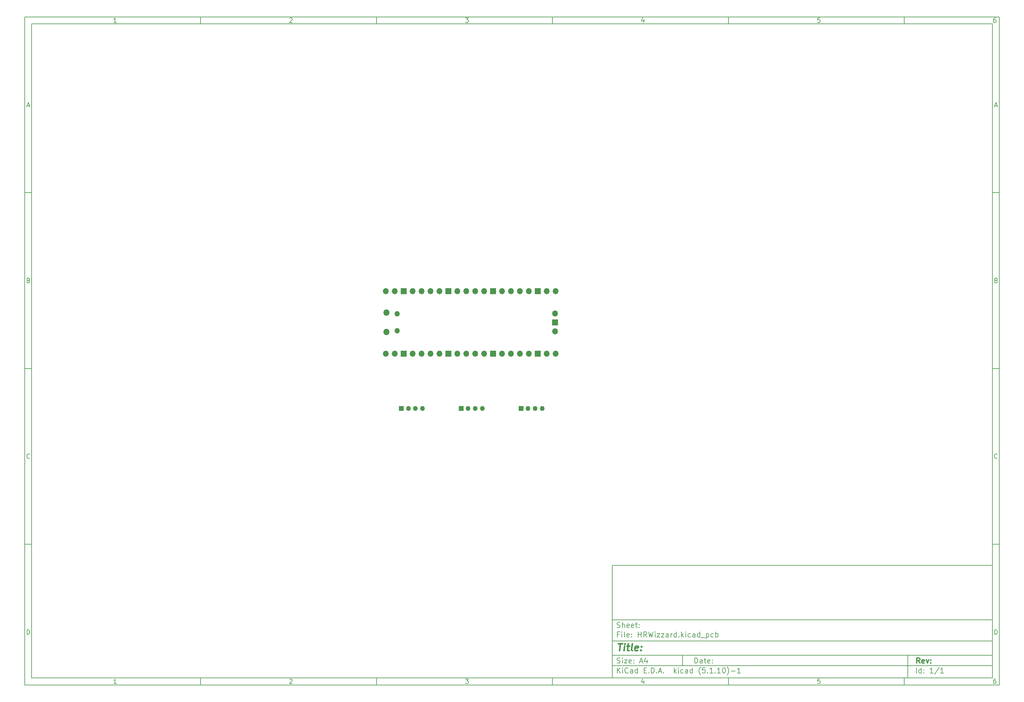
<source format=gbr>
%TF.GenerationSoftware,KiCad,Pcbnew,(5.1.10)-1*%
%TF.CreationDate,2021-11-12T12:38:22+01:00*%
%TF.ProjectId,HRWizzard,48525769-7a7a-4617-9264-2e6b69636164,rev?*%
%TF.SameCoordinates,Original*%
%TF.FileFunction,Soldermask,Bot*%
%TF.FilePolarity,Negative*%
%FSLAX46Y46*%
G04 Gerber Fmt 4.6, Leading zero omitted, Abs format (unit mm)*
G04 Created by KiCad (PCBNEW (5.1.10)-1) date 2021-11-12 12:38:22*
%MOMM*%
%LPD*%
G01*
G04 APERTURE LIST*
%ADD10C,0.100000*%
%ADD11C,0.150000*%
%ADD12C,0.300000*%
%ADD13C,0.400000*%
%ADD14O,1.350000X1.350000*%
%ADD15R,1.350000X1.350000*%
%ADD16O,1.700000X1.700000*%
%ADD17R,1.700000X1.700000*%
%ADD18O,1.500000X1.500000*%
%ADD19O,1.800000X1.800000*%
G04 APERTURE END LIST*
D10*
D11*
X177002200Y-166007200D02*
X177002200Y-198007200D01*
X285002200Y-198007200D01*
X285002200Y-166007200D01*
X177002200Y-166007200D01*
D10*
D11*
X10000000Y-10000000D02*
X10000000Y-200007200D01*
X287002200Y-200007200D01*
X287002200Y-10000000D01*
X10000000Y-10000000D01*
D10*
D11*
X12000000Y-12000000D02*
X12000000Y-198007200D01*
X285002200Y-198007200D01*
X285002200Y-12000000D01*
X12000000Y-12000000D01*
D10*
D11*
X60000000Y-12000000D02*
X60000000Y-10000000D01*
D10*
D11*
X110000000Y-12000000D02*
X110000000Y-10000000D01*
D10*
D11*
X160000000Y-12000000D02*
X160000000Y-10000000D01*
D10*
D11*
X210000000Y-12000000D02*
X210000000Y-10000000D01*
D10*
D11*
X260000000Y-12000000D02*
X260000000Y-10000000D01*
D10*
D11*
X36065476Y-11588095D02*
X35322619Y-11588095D01*
X35694047Y-11588095D02*
X35694047Y-10288095D01*
X35570238Y-10473809D01*
X35446428Y-10597619D01*
X35322619Y-10659523D01*
D10*
D11*
X85322619Y-10411904D02*
X85384523Y-10350000D01*
X85508333Y-10288095D01*
X85817857Y-10288095D01*
X85941666Y-10350000D01*
X86003571Y-10411904D01*
X86065476Y-10535714D01*
X86065476Y-10659523D01*
X86003571Y-10845238D01*
X85260714Y-11588095D01*
X86065476Y-11588095D01*
D10*
D11*
X135260714Y-10288095D02*
X136065476Y-10288095D01*
X135632142Y-10783333D01*
X135817857Y-10783333D01*
X135941666Y-10845238D01*
X136003571Y-10907142D01*
X136065476Y-11030952D01*
X136065476Y-11340476D01*
X136003571Y-11464285D01*
X135941666Y-11526190D01*
X135817857Y-11588095D01*
X135446428Y-11588095D01*
X135322619Y-11526190D01*
X135260714Y-11464285D01*
D10*
D11*
X185941666Y-10721428D02*
X185941666Y-11588095D01*
X185632142Y-10226190D02*
X185322619Y-11154761D01*
X186127380Y-11154761D01*
D10*
D11*
X236003571Y-10288095D02*
X235384523Y-10288095D01*
X235322619Y-10907142D01*
X235384523Y-10845238D01*
X235508333Y-10783333D01*
X235817857Y-10783333D01*
X235941666Y-10845238D01*
X236003571Y-10907142D01*
X236065476Y-11030952D01*
X236065476Y-11340476D01*
X236003571Y-11464285D01*
X235941666Y-11526190D01*
X235817857Y-11588095D01*
X235508333Y-11588095D01*
X235384523Y-11526190D01*
X235322619Y-11464285D01*
D10*
D11*
X285941666Y-10288095D02*
X285694047Y-10288095D01*
X285570238Y-10350000D01*
X285508333Y-10411904D01*
X285384523Y-10597619D01*
X285322619Y-10845238D01*
X285322619Y-11340476D01*
X285384523Y-11464285D01*
X285446428Y-11526190D01*
X285570238Y-11588095D01*
X285817857Y-11588095D01*
X285941666Y-11526190D01*
X286003571Y-11464285D01*
X286065476Y-11340476D01*
X286065476Y-11030952D01*
X286003571Y-10907142D01*
X285941666Y-10845238D01*
X285817857Y-10783333D01*
X285570238Y-10783333D01*
X285446428Y-10845238D01*
X285384523Y-10907142D01*
X285322619Y-11030952D01*
D10*
D11*
X60000000Y-198007200D02*
X60000000Y-200007200D01*
D10*
D11*
X110000000Y-198007200D02*
X110000000Y-200007200D01*
D10*
D11*
X160000000Y-198007200D02*
X160000000Y-200007200D01*
D10*
D11*
X210000000Y-198007200D02*
X210000000Y-200007200D01*
D10*
D11*
X260000000Y-198007200D02*
X260000000Y-200007200D01*
D10*
D11*
X36065476Y-199595295D02*
X35322619Y-199595295D01*
X35694047Y-199595295D02*
X35694047Y-198295295D01*
X35570238Y-198481009D01*
X35446428Y-198604819D01*
X35322619Y-198666723D01*
D10*
D11*
X85322619Y-198419104D02*
X85384523Y-198357200D01*
X85508333Y-198295295D01*
X85817857Y-198295295D01*
X85941666Y-198357200D01*
X86003571Y-198419104D01*
X86065476Y-198542914D01*
X86065476Y-198666723D01*
X86003571Y-198852438D01*
X85260714Y-199595295D01*
X86065476Y-199595295D01*
D10*
D11*
X135260714Y-198295295D02*
X136065476Y-198295295D01*
X135632142Y-198790533D01*
X135817857Y-198790533D01*
X135941666Y-198852438D01*
X136003571Y-198914342D01*
X136065476Y-199038152D01*
X136065476Y-199347676D01*
X136003571Y-199471485D01*
X135941666Y-199533390D01*
X135817857Y-199595295D01*
X135446428Y-199595295D01*
X135322619Y-199533390D01*
X135260714Y-199471485D01*
D10*
D11*
X185941666Y-198728628D02*
X185941666Y-199595295D01*
X185632142Y-198233390D02*
X185322619Y-199161961D01*
X186127380Y-199161961D01*
D10*
D11*
X236003571Y-198295295D02*
X235384523Y-198295295D01*
X235322619Y-198914342D01*
X235384523Y-198852438D01*
X235508333Y-198790533D01*
X235817857Y-198790533D01*
X235941666Y-198852438D01*
X236003571Y-198914342D01*
X236065476Y-199038152D01*
X236065476Y-199347676D01*
X236003571Y-199471485D01*
X235941666Y-199533390D01*
X235817857Y-199595295D01*
X235508333Y-199595295D01*
X235384523Y-199533390D01*
X235322619Y-199471485D01*
D10*
D11*
X285941666Y-198295295D02*
X285694047Y-198295295D01*
X285570238Y-198357200D01*
X285508333Y-198419104D01*
X285384523Y-198604819D01*
X285322619Y-198852438D01*
X285322619Y-199347676D01*
X285384523Y-199471485D01*
X285446428Y-199533390D01*
X285570238Y-199595295D01*
X285817857Y-199595295D01*
X285941666Y-199533390D01*
X286003571Y-199471485D01*
X286065476Y-199347676D01*
X286065476Y-199038152D01*
X286003571Y-198914342D01*
X285941666Y-198852438D01*
X285817857Y-198790533D01*
X285570238Y-198790533D01*
X285446428Y-198852438D01*
X285384523Y-198914342D01*
X285322619Y-199038152D01*
D10*
D11*
X10000000Y-60000000D02*
X12000000Y-60000000D01*
D10*
D11*
X10000000Y-110000000D02*
X12000000Y-110000000D01*
D10*
D11*
X10000000Y-160000000D02*
X12000000Y-160000000D01*
D10*
D11*
X10690476Y-35216666D02*
X11309523Y-35216666D01*
X10566666Y-35588095D02*
X11000000Y-34288095D01*
X11433333Y-35588095D01*
D10*
D11*
X11092857Y-84907142D02*
X11278571Y-84969047D01*
X11340476Y-85030952D01*
X11402380Y-85154761D01*
X11402380Y-85340476D01*
X11340476Y-85464285D01*
X11278571Y-85526190D01*
X11154761Y-85588095D01*
X10659523Y-85588095D01*
X10659523Y-84288095D01*
X11092857Y-84288095D01*
X11216666Y-84350000D01*
X11278571Y-84411904D01*
X11340476Y-84535714D01*
X11340476Y-84659523D01*
X11278571Y-84783333D01*
X11216666Y-84845238D01*
X11092857Y-84907142D01*
X10659523Y-84907142D01*
D10*
D11*
X11402380Y-135464285D02*
X11340476Y-135526190D01*
X11154761Y-135588095D01*
X11030952Y-135588095D01*
X10845238Y-135526190D01*
X10721428Y-135402380D01*
X10659523Y-135278571D01*
X10597619Y-135030952D01*
X10597619Y-134845238D01*
X10659523Y-134597619D01*
X10721428Y-134473809D01*
X10845238Y-134350000D01*
X11030952Y-134288095D01*
X11154761Y-134288095D01*
X11340476Y-134350000D01*
X11402380Y-134411904D01*
D10*
D11*
X10659523Y-185588095D02*
X10659523Y-184288095D01*
X10969047Y-184288095D01*
X11154761Y-184350000D01*
X11278571Y-184473809D01*
X11340476Y-184597619D01*
X11402380Y-184845238D01*
X11402380Y-185030952D01*
X11340476Y-185278571D01*
X11278571Y-185402380D01*
X11154761Y-185526190D01*
X10969047Y-185588095D01*
X10659523Y-185588095D01*
D10*
D11*
X287002200Y-60000000D02*
X285002200Y-60000000D01*
D10*
D11*
X287002200Y-110000000D02*
X285002200Y-110000000D01*
D10*
D11*
X287002200Y-160000000D02*
X285002200Y-160000000D01*
D10*
D11*
X285692676Y-35216666D02*
X286311723Y-35216666D01*
X285568866Y-35588095D02*
X286002200Y-34288095D01*
X286435533Y-35588095D01*
D10*
D11*
X286095057Y-84907142D02*
X286280771Y-84969047D01*
X286342676Y-85030952D01*
X286404580Y-85154761D01*
X286404580Y-85340476D01*
X286342676Y-85464285D01*
X286280771Y-85526190D01*
X286156961Y-85588095D01*
X285661723Y-85588095D01*
X285661723Y-84288095D01*
X286095057Y-84288095D01*
X286218866Y-84350000D01*
X286280771Y-84411904D01*
X286342676Y-84535714D01*
X286342676Y-84659523D01*
X286280771Y-84783333D01*
X286218866Y-84845238D01*
X286095057Y-84907142D01*
X285661723Y-84907142D01*
D10*
D11*
X286404580Y-135464285D02*
X286342676Y-135526190D01*
X286156961Y-135588095D01*
X286033152Y-135588095D01*
X285847438Y-135526190D01*
X285723628Y-135402380D01*
X285661723Y-135278571D01*
X285599819Y-135030952D01*
X285599819Y-134845238D01*
X285661723Y-134597619D01*
X285723628Y-134473809D01*
X285847438Y-134350000D01*
X286033152Y-134288095D01*
X286156961Y-134288095D01*
X286342676Y-134350000D01*
X286404580Y-134411904D01*
D10*
D11*
X285661723Y-185588095D02*
X285661723Y-184288095D01*
X285971247Y-184288095D01*
X286156961Y-184350000D01*
X286280771Y-184473809D01*
X286342676Y-184597619D01*
X286404580Y-184845238D01*
X286404580Y-185030952D01*
X286342676Y-185278571D01*
X286280771Y-185402380D01*
X286156961Y-185526190D01*
X285971247Y-185588095D01*
X285661723Y-185588095D01*
D10*
D11*
X200434342Y-193785771D02*
X200434342Y-192285771D01*
X200791485Y-192285771D01*
X201005771Y-192357200D01*
X201148628Y-192500057D01*
X201220057Y-192642914D01*
X201291485Y-192928628D01*
X201291485Y-193142914D01*
X201220057Y-193428628D01*
X201148628Y-193571485D01*
X201005771Y-193714342D01*
X200791485Y-193785771D01*
X200434342Y-193785771D01*
X202577200Y-193785771D02*
X202577200Y-193000057D01*
X202505771Y-192857200D01*
X202362914Y-192785771D01*
X202077200Y-192785771D01*
X201934342Y-192857200D01*
X202577200Y-193714342D02*
X202434342Y-193785771D01*
X202077200Y-193785771D01*
X201934342Y-193714342D01*
X201862914Y-193571485D01*
X201862914Y-193428628D01*
X201934342Y-193285771D01*
X202077200Y-193214342D01*
X202434342Y-193214342D01*
X202577200Y-193142914D01*
X203077200Y-192785771D02*
X203648628Y-192785771D01*
X203291485Y-192285771D02*
X203291485Y-193571485D01*
X203362914Y-193714342D01*
X203505771Y-193785771D01*
X203648628Y-193785771D01*
X204720057Y-193714342D02*
X204577200Y-193785771D01*
X204291485Y-193785771D01*
X204148628Y-193714342D01*
X204077200Y-193571485D01*
X204077200Y-193000057D01*
X204148628Y-192857200D01*
X204291485Y-192785771D01*
X204577200Y-192785771D01*
X204720057Y-192857200D01*
X204791485Y-193000057D01*
X204791485Y-193142914D01*
X204077200Y-193285771D01*
X205434342Y-193642914D02*
X205505771Y-193714342D01*
X205434342Y-193785771D01*
X205362914Y-193714342D01*
X205434342Y-193642914D01*
X205434342Y-193785771D01*
X205434342Y-192857200D02*
X205505771Y-192928628D01*
X205434342Y-193000057D01*
X205362914Y-192928628D01*
X205434342Y-192857200D01*
X205434342Y-193000057D01*
D10*
D11*
X177002200Y-194507200D02*
X285002200Y-194507200D01*
D10*
D11*
X178434342Y-196585771D02*
X178434342Y-195085771D01*
X179291485Y-196585771D02*
X178648628Y-195728628D01*
X179291485Y-195085771D02*
X178434342Y-195942914D01*
X179934342Y-196585771D02*
X179934342Y-195585771D01*
X179934342Y-195085771D02*
X179862914Y-195157200D01*
X179934342Y-195228628D01*
X180005771Y-195157200D01*
X179934342Y-195085771D01*
X179934342Y-195228628D01*
X181505771Y-196442914D02*
X181434342Y-196514342D01*
X181220057Y-196585771D01*
X181077200Y-196585771D01*
X180862914Y-196514342D01*
X180720057Y-196371485D01*
X180648628Y-196228628D01*
X180577200Y-195942914D01*
X180577200Y-195728628D01*
X180648628Y-195442914D01*
X180720057Y-195300057D01*
X180862914Y-195157200D01*
X181077200Y-195085771D01*
X181220057Y-195085771D01*
X181434342Y-195157200D01*
X181505771Y-195228628D01*
X182791485Y-196585771D02*
X182791485Y-195800057D01*
X182720057Y-195657200D01*
X182577200Y-195585771D01*
X182291485Y-195585771D01*
X182148628Y-195657200D01*
X182791485Y-196514342D02*
X182648628Y-196585771D01*
X182291485Y-196585771D01*
X182148628Y-196514342D01*
X182077200Y-196371485D01*
X182077200Y-196228628D01*
X182148628Y-196085771D01*
X182291485Y-196014342D01*
X182648628Y-196014342D01*
X182791485Y-195942914D01*
X184148628Y-196585771D02*
X184148628Y-195085771D01*
X184148628Y-196514342D02*
X184005771Y-196585771D01*
X183720057Y-196585771D01*
X183577200Y-196514342D01*
X183505771Y-196442914D01*
X183434342Y-196300057D01*
X183434342Y-195871485D01*
X183505771Y-195728628D01*
X183577200Y-195657200D01*
X183720057Y-195585771D01*
X184005771Y-195585771D01*
X184148628Y-195657200D01*
X186005771Y-195800057D02*
X186505771Y-195800057D01*
X186720057Y-196585771D02*
X186005771Y-196585771D01*
X186005771Y-195085771D01*
X186720057Y-195085771D01*
X187362914Y-196442914D02*
X187434342Y-196514342D01*
X187362914Y-196585771D01*
X187291485Y-196514342D01*
X187362914Y-196442914D01*
X187362914Y-196585771D01*
X188077200Y-196585771D02*
X188077200Y-195085771D01*
X188434342Y-195085771D01*
X188648628Y-195157200D01*
X188791485Y-195300057D01*
X188862914Y-195442914D01*
X188934342Y-195728628D01*
X188934342Y-195942914D01*
X188862914Y-196228628D01*
X188791485Y-196371485D01*
X188648628Y-196514342D01*
X188434342Y-196585771D01*
X188077200Y-196585771D01*
X189577200Y-196442914D02*
X189648628Y-196514342D01*
X189577200Y-196585771D01*
X189505771Y-196514342D01*
X189577200Y-196442914D01*
X189577200Y-196585771D01*
X190220057Y-196157200D02*
X190934342Y-196157200D01*
X190077200Y-196585771D02*
X190577200Y-195085771D01*
X191077200Y-196585771D01*
X191577200Y-196442914D02*
X191648628Y-196514342D01*
X191577200Y-196585771D01*
X191505771Y-196514342D01*
X191577200Y-196442914D01*
X191577200Y-196585771D01*
X194577200Y-196585771D02*
X194577200Y-195085771D01*
X194720057Y-196014342D02*
X195148628Y-196585771D01*
X195148628Y-195585771D02*
X194577200Y-196157200D01*
X195791485Y-196585771D02*
X195791485Y-195585771D01*
X195791485Y-195085771D02*
X195720057Y-195157200D01*
X195791485Y-195228628D01*
X195862914Y-195157200D01*
X195791485Y-195085771D01*
X195791485Y-195228628D01*
X197148628Y-196514342D02*
X197005771Y-196585771D01*
X196720057Y-196585771D01*
X196577200Y-196514342D01*
X196505771Y-196442914D01*
X196434342Y-196300057D01*
X196434342Y-195871485D01*
X196505771Y-195728628D01*
X196577200Y-195657200D01*
X196720057Y-195585771D01*
X197005771Y-195585771D01*
X197148628Y-195657200D01*
X198434342Y-196585771D02*
X198434342Y-195800057D01*
X198362914Y-195657200D01*
X198220057Y-195585771D01*
X197934342Y-195585771D01*
X197791485Y-195657200D01*
X198434342Y-196514342D02*
X198291485Y-196585771D01*
X197934342Y-196585771D01*
X197791485Y-196514342D01*
X197720057Y-196371485D01*
X197720057Y-196228628D01*
X197791485Y-196085771D01*
X197934342Y-196014342D01*
X198291485Y-196014342D01*
X198434342Y-195942914D01*
X199791485Y-196585771D02*
X199791485Y-195085771D01*
X199791485Y-196514342D02*
X199648628Y-196585771D01*
X199362914Y-196585771D01*
X199220057Y-196514342D01*
X199148628Y-196442914D01*
X199077200Y-196300057D01*
X199077200Y-195871485D01*
X199148628Y-195728628D01*
X199220057Y-195657200D01*
X199362914Y-195585771D01*
X199648628Y-195585771D01*
X199791485Y-195657200D01*
X202077200Y-197157200D02*
X202005771Y-197085771D01*
X201862914Y-196871485D01*
X201791485Y-196728628D01*
X201720057Y-196514342D01*
X201648628Y-196157200D01*
X201648628Y-195871485D01*
X201720057Y-195514342D01*
X201791485Y-195300057D01*
X201862914Y-195157200D01*
X202005771Y-194942914D01*
X202077200Y-194871485D01*
X203362914Y-195085771D02*
X202648628Y-195085771D01*
X202577200Y-195800057D01*
X202648628Y-195728628D01*
X202791485Y-195657200D01*
X203148628Y-195657200D01*
X203291485Y-195728628D01*
X203362914Y-195800057D01*
X203434342Y-195942914D01*
X203434342Y-196300057D01*
X203362914Y-196442914D01*
X203291485Y-196514342D01*
X203148628Y-196585771D01*
X202791485Y-196585771D01*
X202648628Y-196514342D01*
X202577200Y-196442914D01*
X204077200Y-196442914D02*
X204148628Y-196514342D01*
X204077200Y-196585771D01*
X204005771Y-196514342D01*
X204077200Y-196442914D01*
X204077200Y-196585771D01*
X205577200Y-196585771D02*
X204720057Y-196585771D01*
X205148628Y-196585771D02*
X205148628Y-195085771D01*
X205005771Y-195300057D01*
X204862914Y-195442914D01*
X204720057Y-195514342D01*
X206220057Y-196442914D02*
X206291485Y-196514342D01*
X206220057Y-196585771D01*
X206148628Y-196514342D01*
X206220057Y-196442914D01*
X206220057Y-196585771D01*
X207720057Y-196585771D02*
X206862914Y-196585771D01*
X207291485Y-196585771D02*
X207291485Y-195085771D01*
X207148628Y-195300057D01*
X207005771Y-195442914D01*
X206862914Y-195514342D01*
X208648628Y-195085771D02*
X208791485Y-195085771D01*
X208934342Y-195157200D01*
X209005771Y-195228628D01*
X209077200Y-195371485D01*
X209148628Y-195657200D01*
X209148628Y-196014342D01*
X209077200Y-196300057D01*
X209005771Y-196442914D01*
X208934342Y-196514342D01*
X208791485Y-196585771D01*
X208648628Y-196585771D01*
X208505771Y-196514342D01*
X208434342Y-196442914D01*
X208362914Y-196300057D01*
X208291485Y-196014342D01*
X208291485Y-195657200D01*
X208362914Y-195371485D01*
X208434342Y-195228628D01*
X208505771Y-195157200D01*
X208648628Y-195085771D01*
X209648628Y-197157200D02*
X209720057Y-197085771D01*
X209862914Y-196871485D01*
X209934342Y-196728628D01*
X210005771Y-196514342D01*
X210077200Y-196157200D01*
X210077200Y-195871485D01*
X210005771Y-195514342D01*
X209934342Y-195300057D01*
X209862914Y-195157200D01*
X209720057Y-194942914D01*
X209648628Y-194871485D01*
X210791485Y-196014342D02*
X211934342Y-196014342D01*
X213434342Y-196585771D02*
X212577200Y-196585771D01*
X213005771Y-196585771D02*
X213005771Y-195085771D01*
X212862914Y-195300057D01*
X212720057Y-195442914D01*
X212577200Y-195514342D01*
D10*
D11*
X177002200Y-191507200D02*
X285002200Y-191507200D01*
D10*
D12*
X264411485Y-193785771D02*
X263911485Y-193071485D01*
X263554342Y-193785771D02*
X263554342Y-192285771D01*
X264125771Y-192285771D01*
X264268628Y-192357200D01*
X264340057Y-192428628D01*
X264411485Y-192571485D01*
X264411485Y-192785771D01*
X264340057Y-192928628D01*
X264268628Y-193000057D01*
X264125771Y-193071485D01*
X263554342Y-193071485D01*
X265625771Y-193714342D02*
X265482914Y-193785771D01*
X265197200Y-193785771D01*
X265054342Y-193714342D01*
X264982914Y-193571485D01*
X264982914Y-193000057D01*
X265054342Y-192857200D01*
X265197200Y-192785771D01*
X265482914Y-192785771D01*
X265625771Y-192857200D01*
X265697200Y-193000057D01*
X265697200Y-193142914D01*
X264982914Y-193285771D01*
X266197200Y-192785771D02*
X266554342Y-193785771D01*
X266911485Y-192785771D01*
X267482914Y-193642914D02*
X267554342Y-193714342D01*
X267482914Y-193785771D01*
X267411485Y-193714342D01*
X267482914Y-193642914D01*
X267482914Y-193785771D01*
X267482914Y-192857200D02*
X267554342Y-192928628D01*
X267482914Y-193000057D01*
X267411485Y-192928628D01*
X267482914Y-192857200D01*
X267482914Y-193000057D01*
D10*
D11*
X178362914Y-193714342D02*
X178577200Y-193785771D01*
X178934342Y-193785771D01*
X179077200Y-193714342D01*
X179148628Y-193642914D01*
X179220057Y-193500057D01*
X179220057Y-193357200D01*
X179148628Y-193214342D01*
X179077200Y-193142914D01*
X178934342Y-193071485D01*
X178648628Y-193000057D01*
X178505771Y-192928628D01*
X178434342Y-192857200D01*
X178362914Y-192714342D01*
X178362914Y-192571485D01*
X178434342Y-192428628D01*
X178505771Y-192357200D01*
X178648628Y-192285771D01*
X179005771Y-192285771D01*
X179220057Y-192357200D01*
X179862914Y-193785771D02*
X179862914Y-192785771D01*
X179862914Y-192285771D02*
X179791485Y-192357200D01*
X179862914Y-192428628D01*
X179934342Y-192357200D01*
X179862914Y-192285771D01*
X179862914Y-192428628D01*
X180434342Y-192785771D02*
X181220057Y-192785771D01*
X180434342Y-193785771D01*
X181220057Y-193785771D01*
X182362914Y-193714342D02*
X182220057Y-193785771D01*
X181934342Y-193785771D01*
X181791485Y-193714342D01*
X181720057Y-193571485D01*
X181720057Y-193000057D01*
X181791485Y-192857200D01*
X181934342Y-192785771D01*
X182220057Y-192785771D01*
X182362914Y-192857200D01*
X182434342Y-193000057D01*
X182434342Y-193142914D01*
X181720057Y-193285771D01*
X183077200Y-193642914D02*
X183148628Y-193714342D01*
X183077200Y-193785771D01*
X183005771Y-193714342D01*
X183077200Y-193642914D01*
X183077200Y-193785771D01*
X183077200Y-192857200D02*
X183148628Y-192928628D01*
X183077200Y-193000057D01*
X183005771Y-192928628D01*
X183077200Y-192857200D01*
X183077200Y-193000057D01*
X184862914Y-193357200D02*
X185577200Y-193357200D01*
X184720057Y-193785771D02*
X185220057Y-192285771D01*
X185720057Y-193785771D01*
X186862914Y-192785771D02*
X186862914Y-193785771D01*
X186505771Y-192214342D02*
X186148628Y-193285771D01*
X187077200Y-193285771D01*
D10*
D11*
X263434342Y-196585771D02*
X263434342Y-195085771D01*
X264791485Y-196585771D02*
X264791485Y-195085771D01*
X264791485Y-196514342D02*
X264648628Y-196585771D01*
X264362914Y-196585771D01*
X264220057Y-196514342D01*
X264148628Y-196442914D01*
X264077200Y-196300057D01*
X264077200Y-195871485D01*
X264148628Y-195728628D01*
X264220057Y-195657200D01*
X264362914Y-195585771D01*
X264648628Y-195585771D01*
X264791485Y-195657200D01*
X265505771Y-196442914D02*
X265577200Y-196514342D01*
X265505771Y-196585771D01*
X265434342Y-196514342D01*
X265505771Y-196442914D01*
X265505771Y-196585771D01*
X265505771Y-195657200D02*
X265577200Y-195728628D01*
X265505771Y-195800057D01*
X265434342Y-195728628D01*
X265505771Y-195657200D01*
X265505771Y-195800057D01*
X268148628Y-196585771D02*
X267291485Y-196585771D01*
X267720057Y-196585771D02*
X267720057Y-195085771D01*
X267577200Y-195300057D01*
X267434342Y-195442914D01*
X267291485Y-195514342D01*
X269862914Y-195014342D02*
X268577200Y-196942914D01*
X271148628Y-196585771D02*
X270291485Y-196585771D01*
X270720057Y-196585771D02*
X270720057Y-195085771D01*
X270577200Y-195300057D01*
X270434342Y-195442914D01*
X270291485Y-195514342D01*
D10*
D11*
X177002200Y-187507200D02*
X285002200Y-187507200D01*
D10*
D13*
X178714580Y-188211961D02*
X179857438Y-188211961D01*
X179036009Y-190211961D02*
X179286009Y-188211961D01*
X180274104Y-190211961D02*
X180440771Y-188878628D01*
X180524104Y-188211961D02*
X180416961Y-188307200D01*
X180500295Y-188402438D01*
X180607438Y-188307200D01*
X180524104Y-188211961D01*
X180500295Y-188402438D01*
X181107438Y-188878628D02*
X181869342Y-188878628D01*
X181476485Y-188211961D02*
X181262200Y-189926247D01*
X181333628Y-190116723D01*
X181512200Y-190211961D01*
X181702676Y-190211961D01*
X182655057Y-190211961D02*
X182476485Y-190116723D01*
X182405057Y-189926247D01*
X182619342Y-188211961D01*
X184190771Y-190116723D02*
X183988390Y-190211961D01*
X183607438Y-190211961D01*
X183428866Y-190116723D01*
X183357438Y-189926247D01*
X183452676Y-189164342D01*
X183571723Y-188973866D01*
X183774104Y-188878628D01*
X184155057Y-188878628D01*
X184333628Y-188973866D01*
X184405057Y-189164342D01*
X184381247Y-189354819D01*
X183405057Y-189545295D01*
X185155057Y-190021485D02*
X185238390Y-190116723D01*
X185131247Y-190211961D01*
X185047914Y-190116723D01*
X185155057Y-190021485D01*
X185131247Y-190211961D01*
X185286009Y-188973866D02*
X185369342Y-189069104D01*
X185262200Y-189164342D01*
X185178866Y-189069104D01*
X185286009Y-188973866D01*
X185262200Y-189164342D01*
D10*
D11*
X178934342Y-185600057D02*
X178434342Y-185600057D01*
X178434342Y-186385771D02*
X178434342Y-184885771D01*
X179148628Y-184885771D01*
X179720057Y-186385771D02*
X179720057Y-185385771D01*
X179720057Y-184885771D02*
X179648628Y-184957200D01*
X179720057Y-185028628D01*
X179791485Y-184957200D01*
X179720057Y-184885771D01*
X179720057Y-185028628D01*
X180648628Y-186385771D02*
X180505771Y-186314342D01*
X180434342Y-186171485D01*
X180434342Y-184885771D01*
X181791485Y-186314342D02*
X181648628Y-186385771D01*
X181362914Y-186385771D01*
X181220057Y-186314342D01*
X181148628Y-186171485D01*
X181148628Y-185600057D01*
X181220057Y-185457200D01*
X181362914Y-185385771D01*
X181648628Y-185385771D01*
X181791485Y-185457200D01*
X181862914Y-185600057D01*
X181862914Y-185742914D01*
X181148628Y-185885771D01*
X182505771Y-186242914D02*
X182577200Y-186314342D01*
X182505771Y-186385771D01*
X182434342Y-186314342D01*
X182505771Y-186242914D01*
X182505771Y-186385771D01*
X182505771Y-185457200D02*
X182577200Y-185528628D01*
X182505771Y-185600057D01*
X182434342Y-185528628D01*
X182505771Y-185457200D01*
X182505771Y-185600057D01*
X184362914Y-186385771D02*
X184362914Y-184885771D01*
X184362914Y-185600057D02*
X185220057Y-185600057D01*
X185220057Y-186385771D02*
X185220057Y-184885771D01*
X186791485Y-186385771D02*
X186291485Y-185671485D01*
X185934342Y-186385771D02*
X185934342Y-184885771D01*
X186505771Y-184885771D01*
X186648628Y-184957200D01*
X186720057Y-185028628D01*
X186791485Y-185171485D01*
X186791485Y-185385771D01*
X186720057Y-185528628D01*
X186648628Y-185600057D01*
X186505771Y-185671485D01*
X185934342Y-185671485D01*
X187291485Y-184885771D02*
X187648628Y-186385771D01*
X187934342Y-185314342D01*
X188220057Y-186385771D01*
X188577200Y-184885771D01*
X189148628Y-186385771D02*
X189148628Y-185385771D01*
X189148628Y-184885771D02*
X189077200Y-184957200D01*
X189148628Y-185028628D01*
X189220057Y-184957200D01*
X189148628Y-184885771D01*
X189148628Y-185028628D01*
X189720057Y-185385771D02*
X190505771Y-185385771D01*
X189720057Y-186385771D01*
X190505771Y-186385771D01*
X190934342Y-185385771D02*
X191720057Y-185385771D01*
X190934342Y-186385771D01*
X191720057Y-186385771D01*
X192934342Y-186385771D02*
X192934342Y-185600057D01*
X192862914Y-185457200D01*
X192720057Y-185385771D01*
X192434342Y-185385771D01*
X192291485Y-185457200D01*
X192934342Y-186314342D02*
X192791485Y-186385771D01*
X192434342Y-186385771D01*
X192291485Y-186314342D01*
X192220057Y-186171485D01*
X192220057Y-186028628D01*
X192291485Y-185885771D01*
X192434342Y-185814342D01*
X192791485Y-185814342D01*
X192934342Y-185742914D01*
X193648628Y-186385771D02*
X193648628Y-185385771D01*
X193648628Y-185671485D02*
X193720057Y-185528628D01*
X193791485Y-185457200D01*
X193934342Y-185385771D01*
X194077200Y-185385771D01*
X195220057Y-186385771D02*
X195220057Y-184885771D01*
X195220057Y-186314342D02*
X195077200Y-186385771D01*
X194791485Y-186385771D01*
X194648628Y-186314342D01*
X194577200Y-186242914D01*
X194505771Y-186100057D01*
X194505771Y-185671485D01*
X194577200Y-185528628D01*
X194648628Y-185457200D01*
X194791485Y-185385771D01*
X195077200Y-185385771D01*
X195220057Y-185457200D01*
X195934342Y-186242914D02*
X196005771Y-186314342D01*
X195934342Y-186385771D01*
X195862914Y-186314342D01*
X195934342Y-186242914D01*
X195934342Y-186385771D01*
X196648628Y-186385771D02*
X196648628Y-184885771D01*
X196791485Y-185814342D02*
X197220057Y-186385771D01*
X197220057Y-185385771D02*
X196648628Y-185957200D01*
X197862914Y-186385771D02*
X197862914Y-185385771D01*
X197862914Y-184885771D02*
X197791485Y-184957200D01*
X197862914Y-185028628D01*
X197934342Y-184957200D01*
X197862914Y-184885771D01*
X197862914Y-185028628D01*
X199220057Y-186314342D02*
X199077200Y-186385771D01*
X198791485Y-186385771D01*
X198648628Y-186314342D01*
X198577200Y-186242914D01*
X198505771Y-186100057D01*
X198505771Y-185671485D01*
X198577200Y-185528628D01*
X198648628Y-185457200D01*
X198791485Y-185385771D01*
X199077200Y-185385771D01*
X199220057Y-185457200D01*
X200505771Y-186385771D02*
X200505771Y-185600057D01*
X200434342Y-185457200D01*
X200291485Y-185385771D01*
X200005771Y-185385771D01*
X199862914Y-185457200D01*
X200505771Y-186314342D02*
X200362914Y-186385771D01*
X200005771Y-186385771D01*
X199862914Y-186314342D01*
X199791485Y-186171485D01*
X199791485Y-186028628D01*
X199862914Y-185885771D01*
X200005771Y-185814342D01*
X200362914Y-185814342D01*
X200505771Y-185742914D01*
X201862914Y-186385771D02*
X201862914Y-184885771D01*
X201862914Y-186314342D02*
X201720057Y-186385771D01*
X201434342Y-186385771D01*
X201291485Y-186314342D01*
X201220057Y-186242914D01*
X201148628Y-186100057D01*
X201148628Y-185671485D01*
X201220057Y-185528628D01*
X201291485Y-185457200D01*
X201434342Y-185385771D01*
X201720057Y-185385771D01*
X201862914Y-185457200D01*
X202220057Y-186528628D02*
X203362914Y-186528628D01*
X203720057Y-185385771D02*
X203720057Y-186885771D01*
X203720057Y-185457200D02*
X203862914Y-185385771D01*
X204148628Y-185385771D01*
X204291485Y-185457200D01*
X204362914Y-185528628D01*
X204434342Y-185671485D01*
X204434342Y-186100057D01*
X204362914Y-186242914D01*
X204291485Y-186314342D01*
X204148628Y-186385771D01*
X203862914Y-186385771D01*
X203720057Y-186314342D01*
X205720057Y-186314342D02*
X205577200Y-186385771D01*
X205291485Y-186385771D01*
X205148628Y-186314342D01*
X205077200Y-186242914D01*
X205005771Y-186100057D01*
X205005771Y-185671485D01*
X205077200Y-185528628D01*
X205148628Y-185457200D01*
X205291485Y-185385771D01*
X205577200Y-185385771D01*
X205720057Y-185457200D01*
X206362914Y-186385771D02*
X206362914Y-184885771D01*
X206362914Y-185457200D02*
X206505771Y-185385771D01*
X206791485Y-185385771D01*
X206934342Y-185457200D01*
X207005771Y-185528628D01*
X207077200Y-185671485D01*
X207077200Y-186100057D01*
X207005771Y-186242914D01*
X206934342Y-186314342D01*
X206791485Y-186385771D01*
X206505771Y-186385771D01*
X206362914Y-186314342D01*
D10*
D11*
X177002200Y-181507200D02*
X285002200Y-181507200D01*
D10*
D11*
X178362914Y-183614342D02*
X178577200Y-183685771D01*
X178934342Y-183685771D01*
X179077200Y-183614342D01*
X179148628Y-183542914D01*
X179220057Y-183400057D01*
X179220057Y-183257200D01*
X179148628Y-183114342D01*
X179077200Y-183042914D01*
X178934342Y-182971485D01*
X178648628Y-182900057D01*
X178505771Y-182828628D01*
X178434342Y-182757200D01*
X178362914Y-182614342D01*
X178362914Y-182471485D01*
X178434342Y-182328628D01*
X178505771Y-182257200D01*
X178648628Y-182185771D01*
X179005771Y-182185771D01*
X179220057Y-182257200D01*
X179862914Y-183685771D02*
X179862914Y-182185771D01*
X180505771Y-183685771D02*
X180505771Y-182900057D01*
X180434342Y-182757200D01*
X180291485Y-182685771D01*
X180077200Y-182685771D01*
X179934342Y-182757200D01*
X179862914Y-182828628D01*
X181791485Y-183614342D02*
X181648628Y-183685771D01*
X181362914Y-183685771D01*
X181220057Y-183614342D01*
X181148628Y-183471485D01*
X181148628Y-182900057D01*
X181220057Y-182757200D01*
X181362914Y-182685771D01*
X181648628Y-182685771D01*
X181791485Y-182757200D01*
X181862914Y-182900057D01*
X181862914Y-183042914D01*
X181148628Y-183185771D01*
X183077200Y-183614342D02*
X182934342Y-183685771D01*
X182648628Y-183685771D01*
X182505771Y-183614342D01*
X182434342Y-183471485D01*
X182434342Y-182900057D01*
X182505771Y-182757200D01*
X182648628Y-182685771D01*
X182934342Y-182685771D01*
X183077200Y-182757200D01*
X183148628Y-182900057D01*
X183148628Y-183042914D01*
X182434342Y-183185771D01*
X183577200Y-182685771D02*
X184148628Y-182685771D01*
X183791485Y-182185771D02*
X183791485Y-183471485D01*
X183862914Y-183614342D01*
X184005771Y-183685771D01*
X184148628Y-183685771D01*
X184648628Y-183542914D02*
X184720057Y-183614342D01*
X184648628Y-183685771D01*
X184577200Y-183614342D01*
X184648628Y-183542914D01*
X184648628Y-183685771D01*
X184648628Y-182757200D02*
X184720057Y-182828628D01*
X184648628Y-182900057D01*
X184577200Y-182828628D01*
X184648628Y-182757200D01*
X184648628Y-182900057D01*
D10*
D11*
X197002200Y-191507200D02*
X197002200Y-194507200D01*
D10*
D11*
X261002200Y-191507200D02*
X261002200Y-198007200D01*
D14*
%TO.C,J4*%
X157047000Y-121358000D03*
X155047000Y-121358000D03*
X153047000Y-121358000D03*
D15*
X151047000Y-121358000D03*
%TD*%
D14*
%TO.C,J3*%
X140047000Y-121358000D03*
X138047000Y-121358000D03*
X136047000Y-121358000D03*
D15*
X134047000Y-121358000D03*
%TD*%
D14*
%TO.C,J1*%
X123047000Y-121358000D03*
X121047000Y-121358000D03*
X119047000Y-121358000D03*
D15*
X117047000Y-121358000D03*
%TD*%
D16*
%TO.C,U1*%
X160697000Y-94318000D03*
D17*
X160697000Y-96858000D03*
D16*
X160697000Y-99398000D03*
D18*
X115827000Y-94433000D03*
X115827000Y-99283000D03*
D19*
X112797000Y-94133000D03*
X112797000Y-99583000D03*
D16*
X112667000Y-87968000D03*
X115207000Y-87968000D03*
D17*
X117747000Y-87968000D03*
D16*
X120287000Y-87968000D03*
X122827000Y-87968000D03*
X125367000Y-87968000D03*
X127907000Y-87968000D03*
D17*
X130447000Y-87968000D03*
D16*
X132987000Y-87968000D03*
X135527000Y-87968000D03*
X138067000Y-87968000D03*
X140607000Y-87968000D03*
D17*
X143147000Y-87968000D03*
D16*
X145687000Y-87968000D03*
X148227000Y-87968000D03*
X150767000Y-87968000D03*
X153307000Y-87968000D03*
D17*
X155847000Y-87968000D03*
D16*
X158387000Y-87968000D03*
X160927000Y-87968000D03*
X160927000Y-105748000D03*
X158387000Y-105748000D03*
D17*
X155847000Y-105748000D03*
D16*
X153307000Y-105748000D03*
X150767000Y-105748000D03*
X148227000Y-105748000D03*
X145687000Y-105748000D03*
D17*
X143147000Y-105748000D03*
D16*
X140607000Y-105748000D03*
X138067000Y-105748000D03*
X135527000Y-105748000D03*
X132987000Y-105748000D03*
D17*
X130447000Y-105748000D03*
D16*
X127907000Y-105748000D03*
X125367000Y-105748000D03*
X122827000Y-105748000D03*
X120287000Y-105748000D03*
D17*
X117747000Y-105748000D03*
D16*
X115207000Y-105748000D03*
X112667000Y-105748000D03*
%TD*%
M02*

</source>
